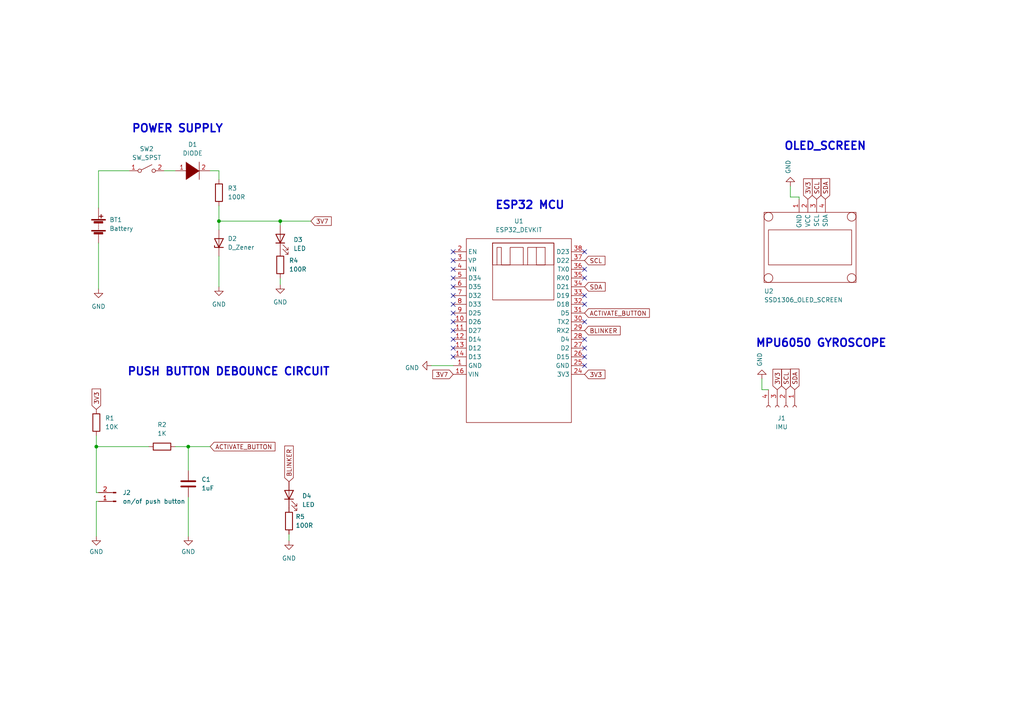
<source format=kicad_sch>
(kicad_sch (version 20211123) (generator eeschema)
  (paper "A4")
  (title_block (title "GYRO ROLLER GLOVE") (date "2023-02-02") (rev "1"))
  (lib_symbols
    (symbol "Connector:Conn_01x02_Male" (pin_names (offset 1.016) hide)
      (property "Reference" "J" (at 0 2.54 0))
      (property "Value" "Conn_01x02_Male" (at 0 -5.08 0))
      (symbol "Conn_01x02_Male_1_1"
        (polyline (pts (xy 1.27 -2.54) (xy 0.8636 -2.54)) (stroke (width 0.1524)))
        (polyline (pts (xy 1.27 0) (xy 0.8636 0)) (stroke (width 0.1524)))
        (rectangle (start 0.8636 -2.413) (end 0 -2.667) (stroke (width 0.1524)) (fill (type outline)))
        (rectangle (start 0.8636 0.127) (end 0 -0.127) (stroke (width 0.1524)) (fill (type outline)))
        (pin passive line (at 5.08 0 180) (length 3.81) (name "Pin_1") (number "1"))
        (pin passive line (at 5.08 -2.54 180) (length 3.81) (name "Pin_2") (number "2"))
      )
    )
    (symbol "Connector:Conn_01x04_Female" (pin_names (offset 1.016) hide)
      (property "Reference" "J" (at 0 5.08 0))
      (property "Value" "Conn_01x04_Female" (at 0 -7.62 0))
      (symbol "Conn_01x04_Female_1_1"
        (arc (start 0 -4.572) (mid -0.508 -5.08) (end 0 -5.588) (stroke (width 0.1524)))
        (arc (start 0 -2.032) (mid -0.508 -2.54) (end 0 -3.048) (stroke (width 0.1524)))
        (polyline (pts (xy -1.27 -5.08) (xy -0.508 -5.08)) (stroke (width 0.1524)))
        (polyline (pts (xy -1.27 -2.54) (xy -0.508 -2.54)) (stroke (width 0.1524)))
        (polyline (pts (xy -1.27 0) (xy -0.508 0)) (stroke (width 0.1524)))
        (polyline (pts (xy -1.27 2.54) (xy -0.508 2.54)) (stroke (width 0.1524)))
        (arc (start 0 0.508) (mid -0.508 0) (end 0 -0.508) (stroke (width 0.1524)))
        (arc (start 0 3.048) (mid -0.508 2.54) (end 0 2.032) (stroke (width 0.1524)))
        (pin passive line (at -5.08 2.54 0) (length 3.81) (name "Pin_1") (number "1"))
        (pin passive line (at -5.08 0 0) (length 3.81) (name "Pin_2") (number "2"))
        (pin passive line (at -5.08 -2.54 0) (length 3.81) (name "Pin_3") (number "3"))
        (pin passive line (at -5.08 -5.08 0) (length 3.81) (name "Pin_4") (number "4"))
      )
    )
    (symbol "DEV_BOARDS:ESP32_DEVKIT"
      (property "Reference" "U" (at 13.97 3.81 0))
      (property "Value" "ESP32_DEVKIT" (at 13.97 1.27 0))
      (symbol "ESP32_DEVKIT_0_1"
        (polyline (pts (xy 20.32 -2.54) (xy 20.32 -7.62) (xy 22.86 -7.62) (xy 22.86 -2.54)))
        (polyline (pts (xy 22.86 -2.54) (xy 20.32 -2.54) (xy 17.78 -2.54) (xy 17.78 -7.62)))
        (polyline (pts (xy 8.89 -7.62) (xy 8.89 -2.54) (xy 10.16 -2.54) (xy 10.16 -7.62) (xy 12.7 -7.62) (xy 12.7 -2.54) (xy 16.51 -2.54) (xy 16.51 -7.62)))
        (rectangle (start 0 0) (end 30.48 -53.34))
        (rectangle (start 7.62 -1.27) (end 7.62 -1.27))
        (rectangle (start 7.62 -1.27) (end 7.62 -1.27))
        (rectangle (start 7.62 -1.27) (end 25.4 -17.78))
        (rectangle (start 25.4 -7.62) (end 7.62 -1.27))
      )
      (symbol "ESP32_DEVKIT_1_1"
        (pin passive line (at -3.81 -36.83 0) (length 3.81) (name "GND") (number "1"))
        (pin passive line (at -3.81 -24.13 0) (length 3.81) (name "D26") (number "10"))
        (pin passive line (at -3.81 -26.67 0) (length 3.81) (name "D27") (number "11"))
        (pin passive line (at -3.81 -29.21 0) (length 3.81) (name "D14") (number "12"))
        (pin passive line (at -3.81 -31.75 0) (length 3.81) (name "D12") (number "13"))
        (pin passive line (at -3.81 -34.29 0) (length 3.81) (name "D13") (number "14"))
        (pin passive line (at -3.81 -39.37 0) (length 3.81) (name "VIN") (number "16"))
        (pin passive line (at -3.81 -3.81 0) (length 3.81) (name "EN") (number "2"))
        (pin passive line (at 34.29 -39.37 180) (length 3.81) (name "3V3") (number "24"))
        (pin passive line (at 34.29 -36.83 180) (length 3.81) (name "GND") (number "25"))
        (pin passive line (at 34.29 -34.29 180) (length 3.81) (name "D15") (number "26"))
        (pin passive line (at 34.29 -31.75 180) (length 3.81) (name "D2") (number "27"))
        (pin passive line (at 34.29 -29.21 180) (length 3.81) (name "D4") (number "28"))
        (pin passive line (at 34.29 -26.67 180) (length 3.81) (name "RX2") (number "29"))
        (pin passive line (at -3.81 -6.35 0) (length 3.81) (name "VP") (number "3"))
        (pin passive line (at 34.29 -24.13 180) (length 3.81) (name "TX2") (number "30"))
        (pin passive line (at 34.29 -21.59 180) (length 3.81) (name "D5") (number "31"))
        (pin passive line (at 34.29 -19.05 180) (length 3.81) (name "D18") (number "32"))
        (pin passive line (at 34.29 -16.51 180) (length 3.81) (name "D19") (number "33"))
        (pin passive line (at 34.29 -13.97 180) (length 3.81) (name "D21") (number "34"))
        (pin passive line (at 34.29 -11.43 180) (length 3.81) (name "RX0") (number "35"))
        (pin passive line (at 34.29 -8.89 180) (length 3.81) (name "TX0") (number "36"))
        (pin passive line (at 34.29 -6.35 180) (length 3.81) (name "D22") (number "37"))
        (pin passive line (at 34.29 -3.81 180) (length 3.81) (name "D23") (number "38"))
        (pin passive line (at -3.81 -8.89 0) (length 3.81) (name "VN") (number "4"))
        (pin passive line (at -3.81 -11.43 0) (length 3.81) (name "D34") (number "5"))
        (pin passive line (at -3.81 -13.97 0) (length 3.81) (name "D35") (number "6"))
        (pin passive line (at -3.81 -16.51 0) (length 3.81) (name "D32") (number "7"))
        (pin passive line (at -3.81 -19.05 0) (length 3.81) (name "D33") (number "8"))
        (pin passive line (at -3.81 -21.59 0) (length 3.81) (name "D25") (number "9"))
      )
    )
    (symbol "Device:Battery" (pin_numbers hide) (pin_names (offset 0) hide)
      (property "Reference" "BT" (at 2.54 2.54 0))
      (property "Value" "Battery" (at 2.54 0 0))
      (symbol "Battery_0_1"
        (rectangle (start -2.032 -1.397) (end 2.032 -1.651) (fill (type outline)))
        (rectangle (start -2.032 1.778) (end 2.032 1.524) (fill (type outline)))
        (rectangle (start -1.3208 -1.9812) (end 1.27 -2.4892) (fill (type outline)))
        (rectangle (start -1.3208 1.1938) (end 1.27 0.6858) (fill (type outline)))
        (polyline (pts (xy 0 -1.524) (xy 0 -1.27)))
        (polyline (pts (xy 0 -1.016) (xy 0 -0.762)))
        (polyline (pts (xy 0 -0.508) (xy 0 -0.254)))
        (polyline (pts (xy 0 0) (xy 0 0.254)))
        (polyline (pts (xy 0 0.508) (xy 0 0.762)))
        (polyline (pts (xy 0 1.778) (xy 0 2.54)))
        (polyline (pts (xy 0.254 2.667) (xy 1.27 2.667)) (stroke (width 0.254)))
        (polyline (pts (xy 0.762 3.175) (xy 0.762 2.159)) (stroke (width 0.254)))
      )
      (symbol "Battery_1_1"
        (pin passive line (at 0 5.08 270) (length 2.54) (name "+") (number "1"))
        (pin passive line (at 0 -5.08 90) (length 2.54) (name "-") (number "2"))
      )
    )
    (symbol "Device:C" (pin_numbers hide) (pin_names (offset 0.254))
      (property "Reference" "C" (at 0.635 2.54 0))
      (property "Value" "C" (at 0.635 -2.54 0))
      (symbol "C_0_1"
        (polyline (pts (xy -2.032 -0.762) (xy 2.032 -0.762)) (stroke (width 0.508)))
        (polyline (pts (xy -2.032 0.762) (xy 2.032 0.762)) (stroke (width 0.508)))
      )
      (symbol "C_1_1"
        (pin passive line (at 0 3.81 270) (length 2.794) (name "~") (number "1"))
        (pin passive line (at 0 -3.81 90) (length 2.794) (name "~") (number "2"))
      )
    )
    (symbol "Device:D_Zener" (pin_numbers hide) (pin_names (offset 1.016) hide)
      (property "Reference" "D" (at 0 2.54 0))
      (property "Value" "D_Zener" (at 0 -2.54 0))
      (symbol "D_Zener_0_1"
        (polyline (pts (xy 1.27 0) (xy -1.27 0)))
        (polyline (pts (xy -1.27 -1.27) (xy -1.27 1.27) (xy -0.762 1.27)) (stroke (width 0.254)))
        (polyline (pts (xy 1.27 -1.27) (xy 1.27 1.27) (xy -1.27 0) (xy 1.27 -1.27)) (stroke (width 0.254)))
      )
      (symbol "D_Zener_1_1"
        (pin passive line (at -3.81 0 0) (length 2.54) (name "K") (number "1"))
        (pin passive line (at 3.81 0 180) (length 2.54) (name "A") (number "2"))
      )
    )
    (symbol "Device:LED" (pin_numbers hide) (pin_names (offset 1.016) hide)
      (property "Reference" "D" (at 0 2.54 0))
      (property "Value" "LED" (at 0 -2.54 0))
      (symbol "LED_0_1"
        (polyline (pts (xy -1.27 -1.27) (xy -1.27 1.27)) (stroke (width 0.254)))
        (polyline (pts (xy -1.27 0) (xy 1.27 0)))
        (polyline (pts (xy 1.27 -1.27) (xy 1.27 1.27) (xy -1.27 0) (xy 1.27 -1.27)) (stroke (width 0.254)))
        (polyline (pts (xy -3.048 -0.762) (xy -4.572 -2.286) (xy -3.81 -2.286) (xy -4.572 -2.286) (xy -4.572 -1.524)))
        (polyline (pts (xy -1.778 -0.762) (xy -3.302 -2.286) (xy -2.54 -2.286) (xy -3.302 -2.286) (xy -3.302 -1.524)))
      )
      (symbol "LED_1_1"
        (pin passive line (at -3.81 0 0) (length 2.54) (name "K") (number "1"))
        (pin passive line (at 3.81 0 180) (length 2.54) (name "A") (number "2"))
      )
    )
    (symbol "Device:R" (pin_numbers hide) (pin_names (offset 0))
      (property "Reference" "R" (at 2.032 0 90))
      (property "Value" "R" (at 0 0 90))
      (symbol "R_0_1"
        (rectangle (start -1.016 -2.54) (end 1.016 2.54) (stroke (width 0.254)))
      )
      (symbol "R_1_1"
        (pin passive line (at 0 3.81 270) (length 1.27) (name "~") (number "1"))
        (pin passive line (at 0 -3.81 90) (length 1.27) (name "~") (number "2"))
      )
    )
    (symbol "Switch:SW_SPST" (pin_names (offset 0) hide)
      (property "Reference" "SW" (at 0 3.175 0))
      (property "Value" "SW_SPST" (at 0 -2.54 0))
      (symbol "SW_SPST_0_0"
        (circle (center -2.032 0) (radius 0.508))
        (polyline (pts (xy -1.524 0.254) (xy 1.524 1.778)))
        (circle (center 2.032 0) (radius 0.508))
      )
      (symbol "SW_SPST_1_1"
        (pin passive line (at -5.08 0 0) (length 2.54) (name "A") (number "1"))
        (pin passive line (at 5.08 0 180) (length 2.54) (name "B") (number "2"))
      )
    )
    (symbol "modules:SSD1306_OLED_SCREEN"
      (property "Reference" "U" (at 12.7 -21.59 0))
      (property "Value" "SSD1306_OLED_SCREEN" (at 13.97 -24.13 0))
      (symbol "SSD1306_OLED_SCREEN_0_1"
        (rectangle (start 0 0) (end 26.67 -20.32))
        (circle (center 1.27 -19.05) (radius 1.27))
        (rectangle (start 1.27 -5.08) (end 25.4 -15.24))
        (circle (center 1.27 -1.27) (radius 1.27))
        (circle (center 25.4 -19.05) (radius 1.27))
        (circle (center 25.4 -1.27) (radius 1.27))
      )
      (symbol "SSD1306_OLED_SCREEN_1_1"
        (pin passive line (at 10.16 3.81 270) (length 3.81) (name "GND") (number "1"))
        (pin passive line (at 12.7 3.81 270) (length 3.81) (name "VCC") (number "2"))
        (pin passive line (at 15.24 3.81 270) (length 3.81) (name "SCL") (number "3"))
        (pin passive line (at 17.78 3.81 270) (length 3.81) (name "SDA") (number "4"))
      )
    )
    (symbol "power:GND" (power) (pin_names (offset 0))
      (property "Value" "GND" (at 0 -3.81 0))
      (symbol "GND_0_1"
        (polyline (pts (xy 0 0) (xy 0 -1.27) (xy 1.27 -1.27) (xy 0 -2.54) (xy -1.27 -1.27) (xy 0 -1.27)))
      )
      (symbol "GND_1_1"
        (pin power_in line (at 0 0 270) (length 0) hide (name "GND") (number "1"))
      )
    )
    (symbol "pspice:DIODE" (pin_names (offset 1.016) hide)
      (property "Reference" "D" (at 0 3.81 0))
      (property "Value" "DIODE" (at 0 -4.445 0))
      (symbol "DIODE_0_1"
        (polyline (pts (xy 1.905 2.54) (xy 1.905 -2.54)))
        (polyline (pts (xy -1.905 2.54) (xy -1.905 -2.54) (xy 1.905 0)) (fill (type outline)))
      )
      (symbol "DIODE_1_1"
        (pin input line (at -5.08 0 0) (length 3.81) (name "K") (number "1"))
        (pin input line (at 5.08 0 180) (length 3.81) (name "A") (number "2"))
      )
    )
  )
  (junction (at 63.5 64.135))
  (junction (at 54.61 129.54))
  (junction (at 27.94 129.54))
  (junction (at 81.28 64.135))
  (no_connect (at 169.545 106.045))
  (no_connect (at 169.545 103.505))
  (no_connect (at 169.545 100.965))
  (no_connect (at 169.545 98.425))
  (no_connect (at 131.445 93.345))
  (no_connect (at 131.445 95.885))
  (no_connect (at 131.445 98.425))
  (no_connect (at 131.445 100.965))
  (no_connect (at 131.445 103.505))
  (no_connect (at 131.445 73.025))
  (no_connect (at 131.445 75.565))
  (no_connect (at 131.445 78.105))
  (no_connect (at 131.445 80.645))
  (no_connect (at 131.445 83.185))
  (no_connect (at 131.445 85.725))
  (no_connect (at 131.445 88.265))
  (no_connect (at 131.445 90.805))
  (no_connect (at 169.545 85.725))
  (no_connect (at 169.545 73.025))
  (no_connect (at 169.545 78.105))
  (no_connect (at 169.545 80.645))
  (no_connect (at 169.545 93.345))
  (no_connect (at 169.545 88.265))
  (wire (pts (xy 63.5 59.69) (xy 63.5 64.135)))
  (wire (pts (xy 229.235 57.15) (xy 231.775 57.15)))
  (wire (pts (xy 47.625 49.53) (xy 50.8 49.53)))
  (wire (pts (xy 28.575 145.415) (xy 27.94 145.415)))
  (wire (pts (xy 50.8 129.54) (xy 54.61 129.54)))
  (wire (pts (xy 83.82 154.94) (xy 83.82 156.845)))
  (wire (pts (xy 125.095 106.045) (xy 131.445 106.045)))
  (wire (pts (xy 81.28 64.135) (xy 81.28 65.405)))
  (wire (pts (xy 63.5 64.135) (xy 63.5 66.675)))
  (wire (pts (xy 220.98 109.855) (xy 220.98 113.03)))
  (wire (pts (xy 28.575 70.485) (xy 28.575 83.82)))
  (wire (pts (xy 27.94 145.415) (xy 27.94 155.575)))
  (wire (pts (xy 54.61 129.54) (xy 60.96 129.54)))
  (wire (pts (xy 28.575 60.325) (xy 28.575 49.53)))
  (wire (pts (xy 27.94 129.54) (xy 27.94 142.875)))
  (wire (pts (xy 60.96 49.53) (xy 63.5 49.53)))
  (wire (pts (xy 27.94 129.54) (xy 43.18 129.54)))
  (wire (pts (xy 63.5 74.295) (xy 63.5 83.185)))
  (wire (pts (xy 27.94 142.875) (xy 28.575 142.875)))
  (wire (pts (xy 54.61 129.54) (xy 54.61 136.525)))
  (wire (pts (xy 220.98 113.03) (xy 222.885 113.03)))
  (wire (pts (xy 27.94 126.365) (xy 27.94 129.54)))
  (wire (pts (xy 28.575 49.53) (xy 37.465 49.53)))
  (wire (pts (xy 81.28 64.135) (xy 90.17 64.135)))
  (wire (pts (xy 81.28 80.645) (xy 81.28 82.55)))
  (wire (pts (xy 231.775 57.15) (xy 231.775 57.785)))
  (wire (pts (xy 229.235 53.975) (xy 229.235 57.15)))
  (wire (pts (xy 63.5 64.135) (xy 81.28 64.135)))
  (wire (pts (xy 63.5 49.53) (xy 63.5 52.07)))
  (wire (pts (xy 54.61 144.145) (xy 54.61 155.575)))
  (text "OLED_SCREEN" (at 227.33 43.815 0) (effects (font (size 2.27 2.27) bold) (justify left bottom)))
  (text "POWER SUPPLY\n" (at 38.1 38.735 0) (effects (font (size 2.27 2.27) bold) (justify left bottom)))
  (text "MPU6050 GYROSCOPE\n" (at 219.075 100.965 0) (effects (font (size 2.27 2.27) bold) (justify left bottom)))
  (text "PUSH BUTTON DEBOUNCE CIRCUIT\n" (at 36.83 109.22 0) (effects (font (size 2.27 2.27) bold) (justify left bottom)))
  (text "ESP32 MCU" (at 143.51 60.96 0) (effects (font (size 2.27 2.27) (thickness 0.454) bold) (justify left bottom)))
  (global_label "3V3" (shape input) (at 234.315 57.785 90) (property "Intersheet References" "${INTERSHEET_REFS}" (effects hide)))
  (global_label "3V7" (shape input) (at 90.17 64.135 0) (property "Intersheet References" "${INTERSHEET_REFS}" (effects hide)))
  (global_label "3V3" (shape input) (at 225.425 113.03 90) (property "Intersheet References" "${INTERSHEET_REFS}" (effects hide)))
  (global_label "ACTIVATE_BUTTON" (shape input) (at 169.545 90.805 0) (property "Intersheet References" "${INTERSHEET_REFS}" (effects hide)))
  (global_label "BLINKER" (shape input) (at 169.545 95.885 0) (property "Intersheet References" "${INTERSHEET_REFS}" (effects hide)))
  (global_label "SDA" (shape input) (at 230.505 113.03 90) (property "Intersheet References" "${INTERSHEET_REFS}" (effects hide)))
  (global_label "ACTIVATE_BUTTON" (shape input) (at 60.96 129.54 0) (property "Intersheet References" "${INTERSHEET_REFS}" (effects hide)))
  (global_label "SCL" (shape input) (at 169.545 75.565 0) (property "Intersheet References" "${INTERSHEET_REFS}" (effects hide)))
  (global_label "SCL" (shape input) (at 227.965 113.03 90) (property "Intersheet References" "${INTERSHEET_REFS}" (effects hide)))
  (global_label "SCL" (shape input) (at 236.855 57.785 90) (property "Intersheet References" "${INTERSHEET_REFS}" (effects hide)))
  (global_label "SDA" (shape input) (at 169.545 83.185 0) (property "Intersheet References" "${INTERSHEET_REFS}" (effects hide)))
  (global_label "SDA" (shape input) (at 239.395 57.785 90) (property "Intersheet References" "${INTERSHEET_REFS}" (effects hide)))
  (global_label "3V3" (shape input) (at 169.545 108.585 0) (property "Intersheet References" "${INTERSHEET_REFS}" (effects hide)))
  (global_label "3V7" (shape input) (at 131.445 108.585 180) (property "Intersheet References" "${INTERSHEET_REFS}" (effects hide)))
  (global_label "BLINKER" (shape input) (at 83.82 139.7 90) (property "Intersheet References" "${INTERSHEET_REFS}" (effects hide)))
  (global_label "3V3" (shape input) (at 27.94 118.745 90) (property "Intersheet References" "${INTERSHEET_REFS}" (effects hide)))
  (symbol (lib_id "Device:D_Zener") (at 63.5 70.485 90) (unit 1)
    (property "Reference" "D2" (at 66.04 69.2149 90) (effects (justify right)))
    (property "Value" "D_Zener" (at 66.04 71.7549 90) (effects (justify right)))
    (property "Footprint" "Diode_THT:D_A-405_P7.62mm_Horizontal" (effects hide))
  )
  (symbol (lib_id "Device:C") (at 54.61 140.335 0) (unit 1)
    (property "Reference" "C1" (at 58.42 139.0649 0) (effects (justify left)))
    (property "Value" "1uF" (at 58.42 141.6049 0) (effects (justify left)))
    (property "Footprint" "Capacitor_THT:CP_Radial_D4.0mm_P2.00mm" (effects hide))
  )
  (symbol (lib_id "power:GND") (at 81.28 82.55 0) (unit 1)
    (property "Reference" "#PWR0102" (effects hide))
    (property "Value" "GND" (at 81.28 87.63 0))
  )
  (symbol (lib_id "Connector:Conn_01x02_Male") (at 33.655 145.415 180) (unit 1)
    (property "Reference" "J2" (at 35.56 142.8749 0) (effects (justify right)))
    (property "Value" "on/of push button" (at 35.56 145.4149 0) (effects (justify right)))
    (property "Footprint" "Connector_PinHeader_2.54mm:PinHeader_1x02_P2.54mm_Vertical" (effects hide))
  )
  (symbol (lib_id "Device:Battery") (at 28.575 65.405 0) (unit 1)
    (property "Reference" "BT1" (at 31.75 63.7539 0) (effects (justify left)))
    (property "Value" "Battery" (at 31.75 66.2939 0) (effects (justify left)))
    (property "Footprint" "Connector_PinHeader_2.54mm:PinHeader_1x02_P2.54mm_Vertical" (effects hide))
  )
  (symbol (lib_id "Device:LED") (at 83.82 143.51 90) (unit 1)
    (property "Reference" "D4" (at 87.63 143.8274 90) (effects (justify right)))
    (property "Value" "LED" (at 87.63 146.3674 90) (effects (justify right)))
    (property "Footprint" "LED_THT:LED_D3.0mm" (effects hide))
  )
  (symbol (lib_id "Device:LED") (at 81.28 69.215 90) (unit 1)
    (property "Reference" "D3" (at 85.09 69.5324 90) (effects (justify right)))
    (property "Value" "LED" (at 85.09 72.0724 90) (effects (justify right)))
    (property "Footprint" "LED_THT:LED_D3.0mm" (effects hide))
  )
  (symbol (lib_id "DEV_BOARDS:ESP32_DEVKIT") (at 135.255 69.215 0) (unit 1)
    (property "Reference" "U1" (at 150.495 64.135 0))
    (property "Value" "ESP32_DEVKIT" (at 150.495 66.675 0))
    (property "Footprint" "custom-footprints:ESP32_DEVKIT" (effects hide))
  )
  (symbol (lib_id "power:GND") (at 27.94 155.575 0) (unit 1)
    (property "Reference" "#PWR0106" (effects hide))
    (property "Value" "GND" (at 27.94 160.02 0))
  )
  (symbol (lib_id "Switch:SW_SPST") (at 42.545 49.53 0) (unit 1)
    (property "Reference" "SW2" (at 42.545 43.18 0))
    (property "Value" "SW_SPST" (at 42.545 45.72 0))
    (property "Footprint" "Connector_PinHeader_2.54mm:PinHeader_1x03_P2.54mm_Vertical" (effects hide))
  )
  (symbol (lib_id "power:GND") (at 220.98 109.855 180) (unit 1)
    (property "Reference" "#PWR0108" (effects hide))
    (property "Value" "GND" (at 220.345 102.235 90) (effects (justify left)))
  )
  (symbol (lib_id "Device:R") (at 81.28 76.835 0) (unit 1)
    (property "Reference" "R4" (at 83.82 75.5649 0) (effects (justify left)))
    (property "Value" "100R" (at 83.82 78.1049 0) (effects (justify left)))
    (property "Footprint" "Resistor_THT:R_Axial_DIN0204_L3.6mm_D1.6mm_P7.62mm_Horizontal" (effects hide))
  )
  (symbol (lib_id "power:GND") (at 125.095 106.045 270) (unit 1)
    (property "Reference" "#PWR0109" (effects hide))
    (property "Value" "GND" (at 117.475 106.68 90) (effects (justify left)))
  )
  (symbol (lib_id "Connector:Conn_01x04_Female") (at 227.965 118.11 270) (unit 1)
    (property "Reference" "J1" (at 226.695 121.285 90))
    (property "Value" "IMU" (at 226.695 123.825 90))
    (property "Footprint" "Connector_PinHeader_2.54mm:PinHeader_1x04_P2.54mm_Vertical" (effects hide))
  )
  (symbol (lib_id "power:GND") (at 63.5 83.185 0) (unit 1)
    (property "Reference" "#PWR0101" (effects hide))
    (property "Value" "GND" (at 63.5 88.265 0))
  )
  (symbol (lib_id "power:GND") (at 28.575 83.82 0) (unit 1)
    (property "Reference" "#PWR0103" (effects hide))
    (property "Value" "GND" (at 28.575 88.9 0))
  )
  (symbol (lib_id "power:GND") (at 83.82 156.845 0) (unit 1)
    (property "Reference" "#PWR0104" (effects hide))
    (property "Value" "GND" (at 83.82 161.925 0))
  )
  (symbol (lib_id "modules:SSD1306_OLED_SCREEN") (at 221.615 61.595 0) (unit 1)
    (property "Reference" "U2" (at 221.615 84.455 0) (effects (justify left)))
    (property "Value" "SSD1306_OLED_SCREEN" (at 221.615 86.995 0) (effects (justify left)))
    (property "Footprint" "custom-footprints:SSD1306_OLED_SCREEN" (effects hide))
  )
  (symbol (lib_id "power:GND") (at 229.235 53.975 180) (unit 1)
    (property "Reference" "#PWR0107" (effects hide))
    (property "Value" "GND" (at 228.6 46.355 90) (effects (justify left)))
  )
  (symbol (lib_id "Device:R") (at 63.5 55.88 0) (unit 1)
    (property "Reference" "R3" (at 66.04 54.6099 0) (effects (justify left)))
    (property "Value" "100R" (at 66.04 57.1499 0) (effects (justify left)))
    (property "Footprint" "Resistor_THT:R_Axial_DIN0204_L3.6mm_D1.6mm_P7.62mm_Horizontal" (effects hide))
  )
  (symbol (lib_id "Device:R") (at 83.82 151.13 0) (unit 1)
    (property "Reference" "R5" (at 85.725 149.8599 0) (effects (justify left)))
    (property "Value" "100R" (at 85.725 152.3999 0) (effects (justify left)))
    (property "Footprint" "Resistor_THT:R_Axial_DIN0204_L3.6mm_D1.6mm_P7.62mm_Horizontal" (effects hide))
  )
  (symbol (lib_id "power:GND") (at 54.61 155.575 0) (unit 1)
    (property "Reference" "#PWR0105" (effects hide))
    (property "Value" "GND" (at 54.61 160.02 0))
  )
  (symbol (lib_id "Device:R") (at 46.99 129.54 90) (unit 1)
    (property "Reference" "R2" (at 46.99 123.19 90))
    (property "Value" "1K" (at 46.99 125.73 90))
    (property "Footprint" "Resistor_THT:R_Axial_DIN0204_L3.6mm_D1.6mm_P7.62mm_Horizontal" (effects hide))
  )
  (symbol (lib_id "Device:R") (at 27.94 122.555 180) (unit 1)
    (property "Reference" "R1" (at 30.48 121.2849 0) (effects (justify right)))
    (property "Value" "10K" (at 30.48 123.8249 0) (effects (justify right)))
    (property "Footprint" "Resistor_THT:R_Axial_DIN0204_L3.6mm_D1.6mm_P7.62mm_Horizontal" (effects hide))
  )
  (symbol (lib_id "pspice:DIODE") (at 55.88 49.53 0) (unit 1)
    (property "Reference" "D1" (at 55.88 41.91 0))
    (property "Value" "DIODE" (at 55.88 44.45 0))
    (property "Footprint" "Diode_THT:D_A-405_P7.62mm_Horizontal" (effects hide))
  )
)
</source>
